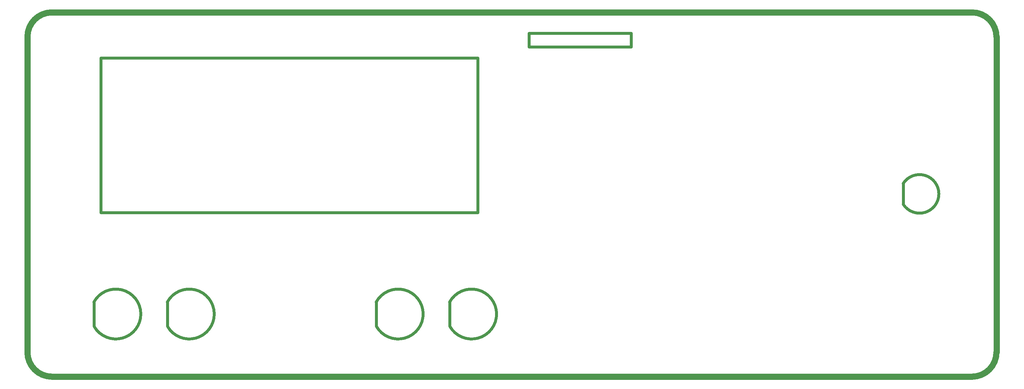
<source format=gbr>
%TF.GenerationSoftware,KiCad,Pcbnew,4.0.7-e2-6376~58~ubuntu16.04.1*%
%TF.CreationDate,2018-07-01T15:12:05-07:00*%
%TF.ProjectId,dcload,64636C6F61642E6B696361645F706362,rev?*%
%TF.FileFunction,Profile,NP*%
%FSLAX46Y46*%
G04 Gerber Fmt 4.6, Leading zero omitted, Abs format (unit mm)*
G04 Created by KiCad (PCBNEW 4.0.7-e2-6376~58~ubuntu16.04.1) date Sun Jul  1 15:12:05 2018*
%MOMM*%
%LPD*%
G01*
G04 APERTURE LIST*
%ADD10C,0.100000*%
%ADD11C,1.600000*%
%ADD12C,0.800000*%
G04 APERTURE END LIST*
D10*
D11*
X265710000Y-22140000D02*
G75*
G03X259370000Y-15800000I-6340000J0D01*
G01*
X259370000Y-110540000D02*
G75*
G03X265710000Y-104200000I0J6340000D01*
G01*
X14300000Y-104200000D02*
G75*
G03X20640000Y-110540000I6340000J0D01*
G01*
X20640000Y-15800000D02*
G75*
G03X14300000Y-22140000I0J-6340000D01*
G01*
X14300000Y-104200000D02*
X14300000Y-22140000D01*
X259370000Y-110540000D02*
X20640000Y-110540000D01*
X265710000Y-22140000D02*
X265710000Y-104200000D01*
X20640000Y-15800000D02*
X259370000Y-15800000D01*
D12*
X104775000Y-91150000D02*
X104775000Y-97350000D01*
X104853574Y-97490303D02*
G75*
G03X104775000Y-91150000I5621426J3240303D01*
G01*
X123903574Y-97490303D02*
G75*
G03X123825000Y-91150000I5621426J3240303D01*
G01*
X123825000Y-91150000D02*
X123825000Y-97350000D01*
X33350000Y-27650000D02*
X131150000Y-27650000D01*
X131150000Y-27650000D02*
X131150000Y-67850000D01*
X131150000Y-67850000D02*
X33350000Y-67850000D01*
X33350000Y-67850000D02*
X33350000Y-27650000D01*
X31525000Y-91150000D02*
X31525000Y-97350000D01*
X31603574Y-97490303D02*
G75*
G03X31525000Y-91150000I5621426J3240303D01*
G01*
X50653574Y-97490303D02*
G75*
G03X50575000Y-91150000I5621426J3240303D01*
G01*
X50575000Y-91150000D02*
X50575000Y-97350000D01*
X241510425Y-65686523D02*
G75*
G03X241500000Y-60330000I4239575J2686523D01*
G01*
X241500000Y-60350000D02*
X241500000Y-65650000D01*
X144450000Y-21250000D02*
X170950000Y-21250000D01*
X170950000Y-21250000D02*
X170950000Y-24750000D01*
X170950000Y-24750000D02*
X144450000Y-24750000D01*
X144450000Y-24750000D02*
X144450000Y-21250000D01*
M02*

</source>
